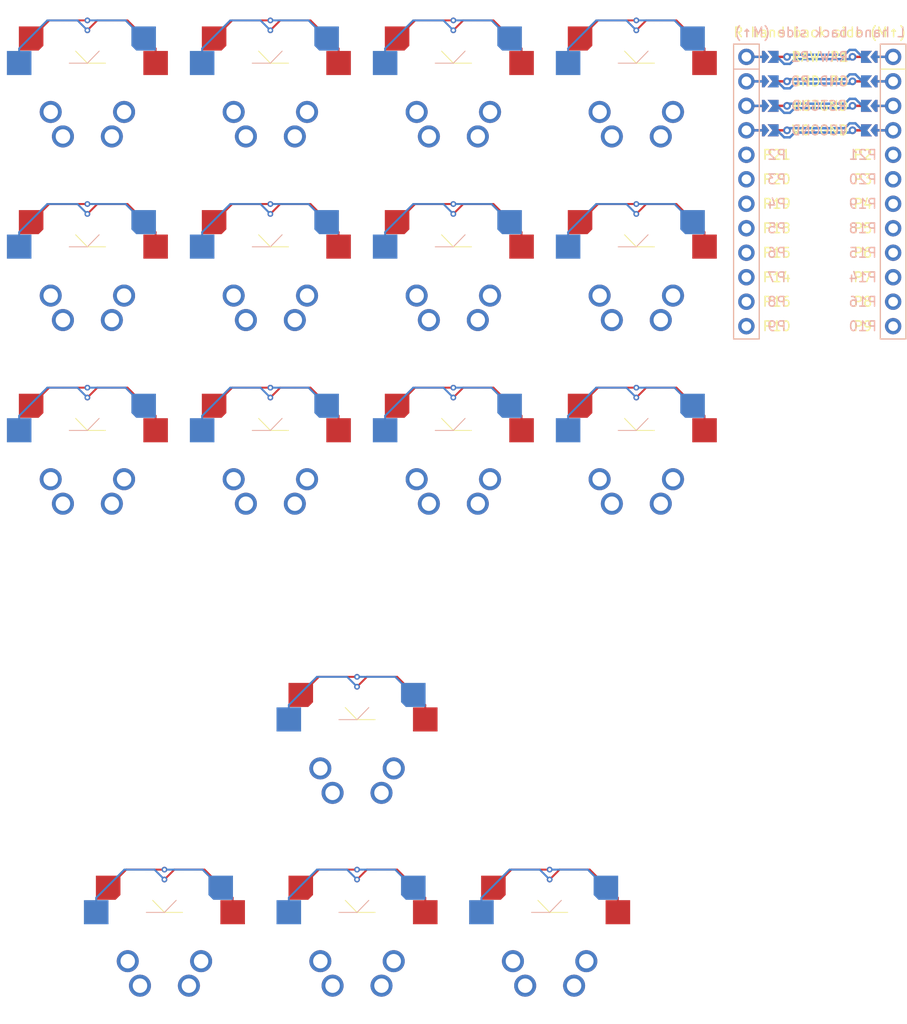
<source format=kicad_pcb>
(kicad_pcb (version 20240108) (generator "ergogen") (generator_version "4.1.0")
  (title_block (title "simple_split") (date "2025-06-06") (rev "v1.0.0") (company "Unknown"))
  (layers (0 "F.Cu" signal) (31 "B.Cu" signal) (34 "B.Paste" user) (35 "F.Paste" user) (36 "B.SilkS" user "B.Silkscreen") (37 "F.SilkS" user "F.Silkscreen") (38 "B.Mask" user) (39 "F.Mask" user) (44 "Edge.Cuts" user))
  (net 0 "")
  (net 1 "GND")
  (net 2 "matrix_pinky_bottom")
  (net 3 "D1")
  (net 4 "D2")
  (net 5 "matrix_pinky_home")
  (net 6 "matrix_pinky_top")
  (net 7 "matrix_ring_bottom")
  (net 8 "matrix_ring_home")
  (net 9 "matrix_ring_top")
  (net 10 "matrix_middle_bottom")
  (net 11 "matrix_middle_home")
  (net 12 "matrix_middle_top")
  (net 13 "matrix_inner_bottom")
  (net 14 "matrix_inner_home")
  (net 15 "matrix_inner_top")
  (net 16 "arrows_up_thumb")
  (net 17 "arrows_down_thumb")
  (net 18 "arrows_left_thumb")
  (net 19 "arrows_right_thumb")
  (net 20 "RAW")
  (net 21 "RST")
  (net 22 "VCC")
  (net 23 "matrix_index_top")
  (net 24 "matrix_index_home")
  (net 25 "P0")
  (net 26 "matrix_index_bottom")
  (net 27 "thumb_tucky")
  (net 28 "thumb_reachy")
  (net 29 "P101")
  (net 30 "P102")
  (net 31 "P107")
  (net 32 "MCU1_24")
  (net 33 "MCU1_1")
  (net 34 "MCU1_23")
  (net 35 "MCU1_2")
  (net 36 "MCU1_22")
  (net 37 "MCU1_3")
  (net 38 "MCU1_21")
  (net 39 "MCU1_4")
  (net 40 "MCU1_20")
  (net 41 "MCU1_5")
  (net 42 "MCU1_19")
  (net 43 "MCU1_6")
  (net 44 "MCU1_18")
  (net 45 "MCU1_7")
  (net 46 "MCU1_17")
  (net 47 "MCU1_8")
  (net 48 "MCU1_16")
  (net 49 "MCU1_9")
  (net 50 "MCU1_15")
  (net 51 "MCU1_10")
  (net 52 "MCU1_14")
  (net 53 "MCU1_11")
  (net 54 "MCU1_13")
  (net 55 "MCU1_12")
  (footprint "ceoloide:switch_mx" (layer "B.Cu") (at 50 100 0)
    (property "Reference" "S1" hide)
  )
  (segment (start 44.158 94.92) (end 46.037 93.041) (width 0.2) (layer "F.Cu") (net 2))
  (segment (start 46.037 93.041) (end 50 93.041) (width 0.2) (layer "F.Cu") (net 1))
  (via (at 50 93.041) (size 0.6) (drill 0.3) (layers "F.Cu" "B.Cu") (net 1))
  (segment (start 50 93.041) (end 53.963 93.0405) (width 0.2) (layer "B.Cu") (net 1))
  (segment (start 53.963 93.041) (end 55.842 94.92) (width 0.2) (layer "B.Cu") (net 1))
  (segment (start 50 94.07) (end 51.028999999999996 93.041) (width 0.2) (layer "F.Cu") (net 2))
  (segment (start 54.166 93.041) (end 57.085 95.96) (width 0.2) (layer "F.Cu") (net 2))
  (segment (start 57.085 95.96) (end 57.085 97.46) (width 0.2) (layer "F.Cu") (net 2))
  (segment (start 51.028999999999996 93.041) (end 54.166 93.041) (width 0.2) (layer "F.Cu") (net 2))
  (via (at 50 94.07) (size 0.6) (drill 0.3) (layers "F.Cu" "B.Cu") (net 2))
  (segment (start 45.834 93.041) (end 48.971000000000004 93.041) (width 0.2) (layer "B.Cu") (net 2))
  (segment (start 42.915 97.46) (end 42.915 95.96) (width 0.2) (layer "B.Cu") (net 2))
  (segment (start 42.915 95.96) (end 45.834 93.041) (width 0.2) (layer "B.Cu") (net 2))
  (segment (start 48.971000000000004 93.041) (end 50 94.07) (width 0.2) (layer "B.Cu") (net 2))
  (footprint "ceoloide:switch_mx" (layer "B.Cu") (at 50 80.95 0)
    (property "Reference" "S2" hide)
  )
  (segment (start 44.158 75.87) (end 46.037 73.991) (width 0.2) (layer "F.Cu") (net 5))
  (segment (start 46.037 73.991) (end 50 73.991) (width 0.2) (layer "F.Cu") (net 1))
  (via (at 50 73.991) (size 0.6) (drill 0.3) (layers "F.Cu" "B.Cu") (net 1))
  (segment (start 50 73.991) (end 53.963 73.9905) (width 0.2) (layer "B.Cu") (net 1))
  (segment (start 53.963 73.991) (end 55.842 75.87) (width 0.2) (layer "B.Cu") (net 1))
  (segment (start 50 75.02000000000001) (end 51.028999999999996 73.991) (width 0.2) (layer "F.Cu") (net 5))
  (segment (start 54.166 73.991) (end 57.085 76.91) (width 0.2) (layer "F.Cu") (net 5))
  (segment (start 57.085 76.91) (end 57.085 78.41) (width 0.2) (layer "F.Cu") (net 5))
  (segment (start 51.028999999999996 73.991) (end 54.166 73.991) (width 0.2) (layer "F.Cu") (net 5))
  (via (at 50 75.02000000000001) (size 0.6) (drill 0.3) (layers "F.Cu" "B.Cu") (net 5))
  (segment (start 45.834 73.991) (end 48.971000000000004 73.991) (width 0.2) (layer "B.Cu") (net 5))
  (segment (start 42.915 78.41) (end 42.915 76.91) (width 0.2) (layer "B.Cu") (net 5))
  (segment (start 42.915 76.91) (end 45.834 73.991) (width 0.2) (layer "B.Cu") (net 5))
  (segment (start 48.971000000000004 73.991) (end 50 75.02000000000001) (width 0.2) (layer "B.Cu") (net 5))
  (footprint "ceoloide:switch_mx" (layer "B.Cu") (at 50 61.900000000000006 0)
    (property "Reference" "S3" hide)
  )
  (segment (start 44.158 56.82000000000001) (end 46.037 54.941) (width 0.2) (layer "F.Cu") (net 6))
  (segment (start 46.037 54.941) (end 50 54.941) (width 0.2) (layer "F.Cu") (net 1))
  (via (at 50 54.941) (size 0.6) (drill 0.3) (layers "F.Cu" "B.Cu") (net 1))
  (segment (start 50 54.941) (end 53.963 54.94050000000001) (width 0.2) (layer "B.Cu") (net 1))
  (segment (start 53.963 54.941) (end 55.842 56.82000000000001) (width 0.2) (layer "B.Cu") (net 1))
  (segment (start 50 55.970000000000006) (end 51.028999999999996 54.941) (width 0.2) (layer "F.Cu") (net 6))
  (segment (start 54.166 54.941) (end 57.085 57.86000000000001) (width 0.2) (layer "F.Cu") (net 6))
  (segment (start 57.085 57.86000000000001) (end 57.085 59.36000000000001) (width 0.2) (layer "F.Cu") (net 6))
  (segment (start 51.028999999999996 54.941) (end 54.166 54.941) (width 0.2) (layer "F.Cu") (net 6))
  (via (at 50 55.970000000000006) (size 0.6) (drill 0.3) (layers "F.Cu" "B.Cu") (net 6))
  (segment (start 45.834 54.941) (end 48.971000000000004 54.941) (width 0.2) (layer "B.Cu") (net 6))
  (segment (start 42.915 59.36000000000001) (end 42.915 57.86000000000001) (width 0.2) (layer "B.Cu") (net 6))
  (segment (start 42.915 57.86000000000001) (end 45.834 54.941) (width 0.2) (layer "B.Cu") (net 6))
  (segment (start 48.971000000000004 54.941) (end 50 55.970000000000006) (width 0.2) (layer "B.Cu") (net 6))
  (footprint "ceoloide:switch_mx" (layer "B.Cu") (at 69 100 0)
    (property "Reference" "S4" hide)
  )
  (segment (start 63.158 94.92) (end 65.037 93.041) (width 0.2) (layer "F.Cu") (net 7))
  (segment (start 65.037 93.041) (end 69 93.041) (width 0.2) (layer "F.Cu") (net 1))
  (via (at 69 93.041) (size 0.6) (drill 0.3) (layers "F.Cu" "B.Cu") (net 1))
  (segment (start 69 93.041) (end 72.963 93.0405) (width 0.2) (layer "B.Cu") (net 1))
  (segment (start 72.963 93.041) (end 74.842 94.92) (width 0.2) (layer "B.Cu") (net 1))
  (segment (start 69 94.07) (end 70.029 93.041) (width 0.2) (layer "F.Cu") (net 7))
  (segment (start 73.166 93.041) (end 76.085 95.96) (width 0.2) (layer "F.Cu") (net 7))
  (segment (start 76.085 95.96) (end 76.085 97.46) (width 0.2) (layer "F.Cu") (net 7))
  (segment (start 70.029 93.041) (end 73.166 93.041) (width 0.2) (layer "F.Cu") (net 7))
  (via (at 69 94.07) (size 0.6) (drill 0.3) (layers "F.Cu" "B.Cu") (net 7))
  (segment (start 64.834 93.041) (end 67.971 93.041) (width 0.2) (layer "B.Cu") (net 7))
  (segment (start 61.915 97.46) (end 61.915 95.96) (width 0.2) (layer "B.Cu") (net 7))
  (segment (start 61.915 95.96) (end 64.834 93.041) (width 0.2) (layer "B.Cu") (net 7))
  (segment (start 67.971 93.041) (end 69 94.07) (width 0.2) (layer "B.Cu") (net 7))
  (footprint "ceoloide:switch_mx" (layer "B.Cu") (at 69 80.95 0)
    (property "Reference" "S5" hide)
  )
  (segment (start 63.158 75.87) (end 65.037 73.991) (width 0.2) (layer "F.Cu") (net 8))
  (segment (start 65.037 73.991) (end 69 73.991) (width 0.2) (layer "F.Cu") (net 1))
  (via (at 69 73.991) (size 0.6) (drill 0.3) (layers "F.Cu" "B.Cu") (net 1))
  (segment (start 69 73.991) (end 72.963 73.9905) (width 0.2) (layer "B.Cu") (net 1))
  (segment (start 72.963 73.991) (end 74.842 75.87) (width 0.2) (layer "B.Cu") (net 1))
  (segment (start 69 75.02000000000001) (end 70.029 73.991) (width 0.2) (layer "F.Cu") (net 8))
  (segment (start 73.166 73.991) (end 76.085 76.91) (width 0.2) (layer "F.Cu") (net 8))
  (segment (start 76.085 76.91) (end 76.085 78.41) (width 0.2) (layer "F.Cu") (net 8))
  (segment (start 70.029 73.991) (end 73.166 73.991) (width 0.2) (layer "F.Cu") (net 8))
  (via (at 69 75.02000000000001) (size 0.6) (drill 0.3) (layers "F.Cu" "B.Cu") (net 8))
  (segment (start 64.834 73.991) (end 67.971 73.991) (width 0.2) (layer "B.Cu") (net 8))
  (segment (start 61.915 78.41) (end 61.915 76.91) (width 0.2) (layer "B.Cu") (net 8))
  (segment (start 61.915 76.91) (end 64.834 73.991) (width 0.2) (layer "B.Cu") (net 8))
  (segment (start 67.971 73.991) (end 69 75.02000000000001) (width 0.2) (layer "B.Cu") (net 8))
  (footprint "ceoloide:switch_mx" (layer "B.Cu") (at 69 61.900000000000006 0)
    (property "Reference" "S6" hide)
  )
  (segment (start 63.158 56.82000000000001) (end 65.037 54.941) (width 0.2) (layer "F.Cu") (net 9))
  (segment (start 65.037 54.941) (end 69 54.941) (width 0.2) (layer "F.Cu") (net 1))
  (via (at 69 54.941) (size 0.6) (drill 0.3) (layers "F.Cu" "B.Cu") (net 1))
  (segment (start 69 54.941) (end 72.963 54.94050000000001) (width 0.2) (layer "B.Cu") (net 1))
  (segment (start 72.963 54.941) (end 74.842 56.82000000000001) (width 0.2) (layer "B.Cu") (net 1))
  (segment (start 69 55.970000000000006) (end 70.029 54.941) (width 0.2) (layer "F.Cu") (net 9))
  (segment (start 73.166 54.941) (end 76.085 57.86000000000001) (width 0.2) (layer "F.Cu") (net 9))
  (segment (start 76.085 57.86000000000001) (end 76.085 59.36000000000001) (width 0.2) (layer "F.Cu") (net 9))
  (segment (start 70.029 54.941) (end 73.166 54.941) (width 0.2) (layer "F.Cu") (net 9))
  (via (at 69 55.970000000000006) (size 0.6) (drill 0.3) (layers "F.Cu" "B.Cu") (net 9))
  (segment (start 64.834 54.941) (end 67.971 54.941) (width 0.2) (layer "B.Cu") (net 9))
  (segment (start 61.915 59.36000000000001) (end 61.915 57.86000000000001) (width 0.2) (layer "B.Cu") (net 9))
  (segment (start 61.915 57.86000000000001) (end 64.834 54.941) (width 0.2) (layer "B.Cu") (net 9))
  (segment (start 67.971 54.941) (end 69 55.970000000000006) (width 0.2) (layer "B.Cu") (net 9))
  (footprint "ceoloide:switch_mx" (layer "B.Cu") (at 88 100 0)
    (property "Reference" "S7" hide)
  )
  (segment (start 82.158 94.92) (end 84.037 93.041) (width 0.2) (layer "F.Cu") (net 10))
  (segment (start 84.037 93.041) (end 88 93.041) (width 0.2) (layer "F.Cu") (net 1))
  (via (at 88 93.041) (size 0.6) (drill 0.3) (layers "F.Cu" "B.Cu") (net 1))
  (segment (start 88 93.041) (end 91.963 93.0405) (width 0.2) (layer "B.Cu") (net 1))
  (segment (start 91.963 93.041) (end 93.842 94.92) (width 0.2) (layer "B.Cu") (net 1))
  (segment (start 88 94.07) (end 89.029 93.041) (width 0.2) (layer "F.Cu") (net 10))
  (segment (start 92.166 93.041) (end 95.085 95.96) (width 0.2) (layer "F.Cu") (net 10))
  (segment (start 95.085 95.96) (end 95.085 97.46) (width 0.2) (layer "F.Cu") (net 10))
  (segment (start 89.029 93.041) (end 92.166 93.041) (width 0.2) (layer "F.Cu") (net 10))
  (via (at 88 94.07) (size 0.6) (drill 0.3) (layers "F.Cu" "B.Cu") (net 10))
  (segment (start 83.834 93.041) (end 86.971 93.041) (width 0.2) (layer "B.Cu") (net 10))
  (segment (start 80.915 97.46) (end 80.915 95.96) (width 0.2) (layer "B.Cu") (net 10))
  (segment (start 80.915 95.96) (end 83.834 93.041) (width 0.2) (layer "B.Cu") (net 10))
  (segment (start 86.971 93.041) (end 88 94.07) (width 0.2) (layer "B.Cu") (net 10))
  (footprint "ceoloide:switch_mx" (layer "B.Cu") (at 88 80.95 0)
    (property "Reference" "S8" hide)
  )
  (segment (start 82.158 75.87) (end 84.037 73.991) (width 0.2) (layer "F.Cu") (net 11))
  (segment (start 84.037 73.991) (end 88 73.991) (width 0.2) (layer "F.Cu") (net 1))
  (via (at 88 73.991) (size 0.6) (drill 0.3) (layers "F.Cu" "B.Cu") (net 1))
  (segment (start 88 73.991) (end 91.963 73.9905) (width 0.2) (layer "B.Cu") (net 1))
  (segment (start 91.963 73.991) (end 93.842 75.87) (width 0.2) (layer "B.Cu") (net 1))
  (segment (start 88 75.02000000000001) (end 89.029 73.991) (width 0.2) (layer "F.Cu") (net 11))
  (segment (start 92.166 73.991) (end 95.085 76.91) (width 0.2) (layer "F.Cu") (net 11))
  (segment (start 95.085 76.91) (end 95.085 78.41) (width 0.2) (layer "F.Cu") (net 11))
  (segment (start 89.029 73.991) (end 92.166 73.991) (width 0.2) (layer "F.Cu") (net 11))
  (via (at 88 75.02000000000001) (size 0.6) (drill 0.3) (layers "F.Cu" "B.Cu") (net 11))
  (segment (start 83.834 73.991) (end 86.971 73.991) (width 0.2) (layer "B.Cu") (net 11))
  (segment (start 80.915 78.41) (end 80.915 76.91) (width 0.2) (layer "B.Cu") (net 11))
  (segment (start 80.915 76.91) (end 83.834 73.991) (width 0.2) (layer "B.Cu") (net 11))
  (segment (start 86.971 73.991) (end 88 75.02000000000001) (width 0.2) (layer "B.Cu") (net 11))
  (footprint "ceoloide:switch_mx" (layer "B.Cu") (at 88 61.900000000000006 0)
    (property "Reference" "S9" hide)
  )
  (segment (start 82.158 56.82000000000001) (end 84.037 54.941) (width 0.2) (layer "F.Cu") (net 12))
  (segment (start 84.037 54.941) (end 88 54.941) (width 0.2) (layer "F.Cu") (net 1))
  (via (at 88 54.941) (size 0.6) (drill 0.3) (layers "F.Cu" "B.Cu") (net 1))
  (segment (start 88 54.941) (end 91.963 54.94050000000001) (width 0.2) (layer "B.Cu") (net 1))
  (segment (start 91.963 54.941) (end 93.842 56.82000000000001) (width 0.2) (layer "B.Cu") (net 1))
  (segment (start 88 55.970000000000006) (end 89.029 54.941) (width 0.2) (layer "F.Cu") (net 12))
  (segment (start 92.166 54.941) (end 95.085 57.86000000000001) (width 0.2) (layer "F.Cu") (net 12))
  (segment (start 95.085 57.86000000000001) (end 95.085 59.36000000000001) (width 0.2) (layer "F.Cu") (net 12))
  (segment (start 89.029 54.941) (end 92.166 54.941) (width 0.2) (layer "F.Cu") (net 12))
  (via (at 88 55.970000000000006) (size 0.6) (drill 0.3) (layers "F.Cu" "B.Cu") (net 12))
  (segment (start 83.834 54.941) (end 86.971 54.941) (width 0.2) (layer "B.Cu") (net 12))
  (segment (start 80.915 59.36000000000001) (end 80.915 57.86000000000001) (width 0.2) (layer "B.Cu") (net 12))
  (segment (start 80.915 57.86000000000001) (end 83.834 54.941) (width 0.2) (layer "B.Cu") (net 12))
  (segment (start 86.971 54.941) (end 88 55.970000000000006) (width 0.2) (layer "B.Cu") (net 12))
  (footprint "ceoloide:switch_mx" (layer "B.Cu") (at 107 100 0)
    (property "Reference" "S10" hide)
  )
  (segment (start 101.158 94.92) (end 103.037 93.041) (width 0.2) (layer "F.Cu") (net 13))
  (segment (start 103.037 93.041) (end 107 93.041) (width 0.2) (layer "F.Cu") (net 1))
  (via (at 107 93.041) (size 0.6) (drill 0.3) (layers "F.Cu" "B.Cu") (net 1))
  (segment (start 107 93.041) (end 110.963 93.0405) (width 0.2) (layer "B.Cu") (net 1))
  (segment (start 110.963 93.041) (end 112.842 94.92) (width 0.2) (layer "B.Cu") (net 1))
  (segment (start 107 94.07) (end 108.029 93.041) (width 0.2) (layer "F.Cu") (net 13))
  (segment (start 111.166 93.041) (end 114.085 95.96) (width 0.2) (layer "F.Cu") (net 13))
  (segment (start 114.085 95.96) (end 114.085 97.46) (width 0.2) (layer "F.Cu") (net 13))
  (segment (start 108.029 93.041) (end 111.166 93.041) (width 0.2) (layer "F.Cu") (net 13))
  (via (at 107 94.07) (size 0.6) (drill 0.3) (layers "F.Cu" "B.Cu") (net 13))
  (segment (start 102.834 93.041) (end 105.971 93.041) (width 0.2) (layer "B.Cu") (net 13))
  (segment (start 99.915 97.46) (end 99.915 95.96) (width 0.2) (layer "B.Cu") (net 13))
  (segment (start 99.915 95.96) (end 102.834 93.041) (width 0.2) (layer "B.Cu") (net 13))
  (segment (start 105.971 93.041) (end 107 94.07) (width 0.2) (layer "B.Cu") (net 13))
  (footprint "ceoloide:switch_mx" (layer "B.Cu") (at 107 80.95 0)
    (property "Reference" "S11" hide)
  )
  (segment (start 101.158 75.87) (end 103.037 73.991) (width 0.2) (layer "F.Cu") (net 14))
  (segment (start 103.037 73.991) (end 107 73.991) (width 0.2) (layer "F.Cu") (net 1))
  (via (at 107 73.991) (size 0.6) (drill 0.3) (layers "F.Cu" "B.Cu") (net 1))
  (segment (start 107 73.991) (end 110.963 73.9905) (width 0.2) (layer "B.Cu") (net 1))
  (segment (start 110.963 73.991) (end 112.842 75.87) (width 0.2) (layer "B.Cu") (net 1))
  (segment (start 107 75.02000000000001) (end 108.029 73.991) (width 0.2) (layer "F.Cu") (net 14))
  (segment (start 111.166 73.991) (end 114.085 76.91) (width 0.2) (layer "F.Cu") (net 14))
  (segment (start 114.085 76.91) (end 114.085 78.41) (width 0.2) (layer "F.Cu") (net 14))
  (segment (start 108.029 73.991) (end 111.166 73.991) (width 0.2) (layer "F.Cu") (net 14))
  (via (at 107 75.02000000000001) (size 0.6) (drill 0.3) (layers "F.Cu" "B.Cu") (net 14))
  (segment (start 102.834 73.991) (end 105.971 73.991) (width 0.2) (layer "B.Cu") (net 14))
  (segment (start 99.915 78.41) (end 99.915 76.91) (width 0.2) (layer "B.Cu") (net 14))
  (segment (start 99.915 76.91) (end 102.834 73.991) (width 0.2) (layer "B.Cu") (net 14))
  (segment (start 105.971 73.991) (end 107 75.02000000000001) (width 0.2) (layer "B.Cu") (net 14))
  (footprint "ceoloide:switch_mx" (layer "B.Cu") (at 107 61.900000000000006 0)
    (property "Reference" "S12" hide)
  )
  (segment (start 101.158 56.82000000000001) (end 103.037 54.941) (width 0.2) (layer "F.Cu") (net 15))
  (segment (start 103.037 54.941) (end 107 54.941) (width 0.2) (layer "F.Cu") (net 1))
  (via (at 107 54.941) (size 0.6) (drill 0.3) (layers "F.Cu" "B.Cu") (net 1))
  (segment (start 107 54.941) (end 110.963 54.94050000000001) (width 0.2) (layer "B.Cu") (net 1))
  (segment (start 110.963 54.941) (end 112.842 56.82000000000001) (width 0.2) (layer "B.Cu") (net 1))
  (segment (start 107 55.970000000000006) (end 108.029 54.941) (width 0.2) (layer "F.Cu") (net 15))
  (segment (start 111.166 54.941) (end 114.085 57.86000000000001) (width 0.2) (layer "F.Cu") (net 15))
  (segment (start 114.085 57.86000000000001) (end 114.085 59.36000000000001) (width 0.2) (layer "F.Cu") (net 15))
  (segment (start 108.029 54.941) (end 111.166 54.941) (width 0.2) (layer "F.Cu") (net 15))
  (via (at 107 55.970000000000006) (size 0.6) (drill 0.3) (layers "F.Cu" "B.Cu") (net 15))
  (segment (start 102.834 54.941) (end 105.971 54.941) (width 0.2) (layer "B.Cu") (net 15))
  (segment (start 99.915 59.36000000000001) (end 99.915 57.86000000000001) (width 0.2) (layer "B.Cu") (net 15))
  (segment (start 99.915 57.86000000000001) (end 102.834 54.941) (width 0.2) (layer "B.Cu") (net 15))
  (segment (start 105.971 54.941) (end 107 55.970000000000006) (width 0.2) (layer "B.Cu") (net 15))
  (footprint "ceoloide:switch_mx" (layer "B.Cu") (at 78 130 0)
    (property "Reference" "S13" hide)
  )
  (segment (start 72.158 124.92) (end 74.037 123.041) (width 0.2) (layer "F.Cu") (net 16))
  (segment (start 74.037 123.041) (end 78 123.041) (width 0.2) (layer "F.Cu") (net 1))
  (via (at 78 123.041) (size 0.6) (drill 0.3) (layers "F.Cu" "B.Cu") (net 1))
  (segment (start 78 123.041) (end 81.963 123.0405) (width 0.2) (layer "B.Cu") (net 1))
  (segment (start 81.963 123.041) (end 83.842 124.92) (width 0.2) (layer "B.Cu") (net 1))
  (segment (start 78 124.07) (end 79.029 123.041) (width 0.2) (layer "F.Cu") (net 16))
  (segment (start 82.166 123.041) (end 85.085 125.96) (width 0.2) (layer "F.Cu") (net 16))
  (segment (start 85.085 125.96) (end 85.085 127.46) (width 0.2) (layer "F.Cu") (net 16))
  (segment (start 79.029 123.041) (end 82.166 123.041) (width 0.2) (layer "F.Cu") (net 16))
  (via (at 78 124.07) (size 0.6) (drill 0.3) (layers "F.Cu" "B.Cu") (net 16))
  (segment (start 73.834 123.041) (end 76.971 123.041) (width 0.2) (layer "B.Cu") (net 16))
  (segment (start 70.915 127.46) (end 70.915 125.96) (width 0.2) (layer "B.Cu") (net 16))
  (segment (start 70.915 125.96) (end 73.834 123.041) (width 0.2) (layer "B.Cu") (net 16))
  (segment (start 76.971 123.041) (end 78 124.07) (width 0.2) (layer "B.Cu") (net 16))
  (footprint "ceoloide:switch_mx" (layer "B.Cu") (at 78 150 0)
    (property "Reference" "S14" hide)
  )
  (segment (start 72.158 144.92) (end 74.037 143.041) (width 0.2) (layer "F.Cu") (net 17))
  (segment (start 74.037 143.041) (end 78 143.041) (width 0.2) (layer "F.Cu") (net 1))
  (via (at 78 143.041) (size 0.6) (drill 0.3) (layers "F.Cu" "B.Cu") (net 1))
  (segment (start 78 143.041) (end 81.963 143.0405) (width 0.2) (layer "B.Cu") (net 1))
  (segment (start 81.963 143.041) (end 83.842 144.92) (width 0.2) (layer "B.Cu") (net 1))
  (segment (start 78 144.07) (end 79.029 143.041) (width 0.2) (layer "F.Cu") (net 17))
  (segment (start 82.166 143.041) (end 85.085 145.96) (width 0.2) (layer "F.Cu") (net 17))
  (segment (start 85.085 145.96) (end 85.085 147.46) (width 0.2) (layer "F.Cu") (net 17))
  (segment (start 79.029 143.041) (end 82.166 143.041) (width 0.2) (layer "F.Cu") (net 17))
  (via (at 78 144.07) (size 0.6) (drill 0.3) (layers "F.Cu" "B.Cu") (net 17))
  (segment (start 73.834 143.041) (end 76.971 143.041) (width 0.2) (layer "B.Cu") (net 17))
  (segment (start 70.915 147.46) (end 70.915 145.96) (width 0.2) (layer "B.Cu") (net 17))
  (segment (start 70.915 145.96) (end 73.834 143.041) (width 0.2) (layer "B.Cu") (net 17))
  (segment (start 76.971 143.041) (end 78 144.07) (width 0.2) (layer "B.Cu") (net 17))
  (footprint "ceoloide:switch_mx" (layer "B.Cu") (at 58 150 0)
    (property "Reference" "S15" hide)
  )
  (segment (start 52.158 144.92) (end 54.037 143.041) (width 0.2) (layer "F.Cu") (net 18))
  (segment (start 54.037 143.041) (end 58 143.041) (width 0.2) (layer "F.Cu") (net 1))
  (via (at 58 143.041) (size 0.6) (drill 0.3) (layers "F.Cu" "B.Cu") (net 1))
  (segment (start 58 143.041) (end 61.963 143.0405) (width 0.2) (layer "B.Cu") (net 1))
  (segment (start 61.963 143.041) (end 63.842 144.92) (width 0.2) (layer "B.Cu") (net 1))
  (segment (start 58 144.07) (end 59.028999999999996 143.041) (width 0.2) (layer "F.Cu") (net 18))
  (segment (start 62.166 143.041) (end 65.085 145.96) (width 0.2) (layer "F.Cu") (net 18))
  (segment (start 65.085 145.96) (end 65.085 147.46) (width 0.2) (layer "F.Cu") (net 18))
  (segment (start 59.028999999999996 143.041) (end 62.166 143.041) (width 0.2) (layer "F.Cu") (net 18))
  (via (at 58 144.07) (size 0.6) (drill 0.3) (layers "F.Cu" "B.Cu") (net 18))
  (segment (start 53.834 143.041) (end 56.971000000000004 143.041) (width 0.2) (layer "B.Cu") (net 18))
  (segment (start 50.915 147.46) (end 50.915 145.96) (width 0.2) (layer "B.Cu") (net 18))
  (segment (start 50.915 145.96) (end 53.834 143.041) (width 0.2) (layer "B.Cu") (net 18))
  (segment (start 56.971000000000004 143.041) (end 58 144.07) (width 0.2) (layer "B.Cu") (net 18))
  (footprint "ceoloide:switch_mx" (layer "B.Cu") (at 98 150 0)
    (property "Reference" "S16" hide)
  )
  (segment (start 92.158 144.92) (end 94.037 143.041) (width 0.2) (layer "F.Cu") (net 19))
  (segment (start 94.037 143.041) (end 98 143.041) (width 0.2) (layer "F.Cu") (net 1))
  (via (at 98 143.041) (size 0.6) (drill 0.3) (layers "F.Cu" "B.Cu") (net 1))
  (segment (start 98 143.041) (end 101.963 143.0405) (width 0.2) (layer "B.Cu") (net 1))
  (segment (start 101.963 143.041) (end 103.842 144.92) (width 0.2) (layer "B.Cu") (net 1))
  (segment (start 98 144.07) (end 99.029 143.041) (width 0.2) (layer "F.Cu") (net 19))
  (segment (start 102.166 143.041) (end 105.085 145.96) (width 0.2) (layer "F.Cu") (net 19))
  (segment (start 105.085 145.96) (end 105.085 147.46) (width 0.2) (layer "F.Cu") (net 19))
  (segment (start 99.029 143.041) (end 102.166 143.041) (width 0.2) (layer "F.Cu") (net 19))
  (via (at 98 144.07) (size 0.6) (drill 0.3) (layers "F.Cu" "B.Cu") (net 19))
  (segment (start 93.834 143.041) (end 96.971 143.041) (width 0.2) (layer "B.Cu") (net 19))
  (segment (start 90.915 147.46) (end 90.915 145.96) (width 0.2) (layer "B.Cu") (net 19))
  (segment (start 90.915 145.96) (end 93.834 143.041) (width 0.2) (layer "B.Cu") (net 19))
  (segment (start 96.971 143.041) (end 98 144.07) (width 0.2) (layer "B.Cu") (net 19))
  (footprint "ceoloide:mcu_nice_nano" (layer "F.Cu") (at 126.05 71.425 0)
    (property "Reference" "MCU1" hide)
  )
  (segment (start 130.825 58.724999999999994) (end 129.45 58.724999999999994) (width 0.25) (layer "F.Cu"))
  (segment (start 121.27499999999999 58.724999999999994) (end 122.64999999999999 58.724999999999994) (width 0.25) (layer "F.Cu"))
  (segment (start 118.42999999999999 58.724999999999994) (end 120.55 58.724999999999994) (width 0.25) (layer "F.Cu"))
  (segment (start 118.42999999999999 58.724999999999994) (end 120.55 58.724999999999994) (width 0.25) (layer "B.Cu"))
  (segment (start 131.55 58.724999999999994) (end 133.67 58.724999999999994) (width 0.25) (layer "F.Cu"))
  (segment (start 133.67 58.724999999999994) (end 131.55 58.724999999999994) (width 0.25) (layer "B.Cu"))
  (segment (start 123.44530499999999 58.955) (end 129.22 58.955) (width 0.25) (layer "B.Cu"))
  (segment (start 121.27499999999999 58.724999999999994) (end 121.624695 58.724999999999994) (width 0.25) (layer "B.Cu"))
  (segment (start 122.349695 59.449999999999996) (end 122.950305 59.449999999999996) (width 0.25) (layer "B.Cu"))
  (segment (start 121.624695 58.724999999999994) (end 122.349695 59.449999999999996) (width 0.25) (layer "B.Cu"))
  (segment (start 122.950305 59.449999999999996) (end 123.44530499999999 58.955) (width 0.25) (layer "B.Cu"))
  (segment (start 130.825 58.724999999999994) (end 130.475305 58.724999999999994) (width 0.25) (layer "B.Cu"))
  (segment (start 128.64469499999998 58.504999999999995) (end 122.86999999999999 58.504999999999995) (width 0.25) (layer "B.Cu"))
  (segment (start 130.475305 58.724999999999994) (end 129.750305 58) (width 0.25) (layer "B.Cu"))
  (segment (start 129.750305 58) (end 129.149695 58) (width 0.25) (layer "B.Cu"))
  (segment (start 129.149695 58) (end 128.64469499999998 58.504999999999995) (width 0.25) (layer "B.Cu"))
  (segment (start 130.825 61.265) (end 129.45 61.265) (width 0.25) (layer "F.Cu"))
  (segment (start 121.27499999999999 61.265) (end 122.64999999999999 61.265) (width 0.25) (layer "F.Cu"))
  (segment (start 118.42999999999999 61.265) (end 120.55 61.265) (width 0.25) (layer "F.Cu"))
  (segment (start 118.42999999999999 61.265) (end 120.55 61.265) (width 0.25) (layer "B.Cu"))
  (segment (start 131.55 61.265) (end 133.67 61.265) (width 0.25) (layer "F.Cu"))
  (segment (start 133.67 61.265) (end 131.55 61.265) (width 0.25) (layer "B.Cu"))
  (segment (start 123.44530499999999 61.495) (end 129.22 61.495) (width 0.25) (layer "B.Cu"))
  (segment (start 121.27499999999999 61.265) (end 121.624695 61.265) (width 0.25) (layer "B.Cu"))
  (segment (start 122.349695 61.989999999999995) (end 122.950305 61.989999999999995) (width 0.25) (layer "B.Cu"))
  (segment (start 121.624695 61.265) (end 122.349695 61.989999999999995) (width 0.25) (layer "B.Cu"))
  (segment (start 122.950305 61.989999999999995) (end 123.44530499999999 61.495) (width 0.25) (layer "B.Cu"))
  (segment (start 130.825 61.265) (end 130.475305 61.265) (width 0.25) (layer "B.Cu"))
  (segment (start 128.64469499999998 61.044999999999995) (end 122.86999999999999 61.044999999999995) (width 0.25) (layer "B.Cu"))
  (segment (start 130.475305 61.265) (end 129.750305 60.54) (width 0.25) (layer "B.Cu"))
  (segment (start 129.750305 60.54) (end 129.149695 60.54) (width 0.25) (layer "B.Cu"))
  (segment (start 129.149695 60.54) (end 128.64469499999998 61.044999999999995) (width 0.25) (layer "B.Cu"))
  (segment (start 130.825 63.805) (end 129.45 63.805) (width 0.25) (layer "F.Cu"))
  (segment (start 121.27499999999999 63.805) (end 122.64999999999999 63.805) (width 0.25) (layer "F.Cu"))
  (segment (start 118.42999999999999 63.805) (end 120.55 63.805) (width 0.25) (layer "F.Cu"))
  (segment (start 118.42999999999999 63.805) (end 120.55 63.805) (width 0.25) (layer "B.Cu"))
  (segment (start 131.55 63.805) (end 133.67 63.805) (width 0.25) (layer "F.Cu"))
  (segment (start 133.67 63.805) (end 131.55 63.805) (width 0.25) (layer "B.Cu"))
  (segment (start 123.44530499999999 64.035) (end 129.22 64.035) (width 0.25) (layer "B.Cu"))
  (segment (start 121.27499999999999 63.805) (end 121.624695 63.805) (width 0.25) (layer "B.Cu"))
  (segment (start 122.349695 64.53) (end 122.950305 64.53) (width 0.25) (layer "B.Cu"))
  (segment (start 121.624695 63.805) (end 122.349695 64.53) (width 0.25) (layer "B.Cu"))
  (segment (start 122.950305 64.53) (end 123.44530499999999 64.035) (width 0.25) (layer "B.Cu"))
  (segment (start 130.825 63.805) (end 130.475305 63.805) (width 0.25) (layer "B.Cu"))
  (segment (start 128.64469499999998 63.584999999999994) (end 122.86999999999999 63.584999999999994) (width 0.25) (layer "B.Cu"))
  (segment (start 130.475305 63.805) (end 129.750305 63.08) (width 0.25) (layer "B.Cu"))
  (segment (start 129.750305 63.08) (end 129.149695 63.08) (width 0.25) (layer "B.Cu"))
  (segment (start 129.149695 63.08) (end 128.64469499999998 63.584999999999994) (width 0.25) (layer "B.Cu"))
  (segment (start 130.825 66.345) (end 129.45 66.345) (width 0.25) (layer "F.Cu"))
  (segment (start 121.27499999999999 66.345) (end 122.64999999999999 66.345) (width 0.25) (layer "F.Cu"))
  (segment (start 118.42999999999999 66.345) (end 120.55 66.345) (width 0.25) (layer "F.Cu"))
  (segment (start 118.42999999999999 66.345) (end 120.55 66.345) (width 0.25) (layer "B.Cu"))
  (segment (start 131.55 66.345) (end 133.67 66.345) (width 0.25) (layer "F.Cu"))
  (segment (start 133.67 66.345) (end 131.55 66.345) (width 0.25) (layer "B.Cu"))
  (segment (start 123.44530499999999 66.575) (end 129.22 66.575) (width 0.25) (layer "B.Cu"))
  (segment (start 121.27499999999999 66.345) (end 121.624695 66.345) (width 0.25) (layer "B.Cu"))
  (segment (start 122.349695 67.07) (end 122.950305 67.07) (width 0.25) (layer "B.Cu"))
  (segment (start 121.624695 66.345) (end 122.349695 67.07) (width 0.25) (layer "B.Cu"))
  (segment (start 122.950305 67.07) (end 123.44530499999999 66.575) (width 0.25) (layer "B.Cu"))
  (segment (start 130.825 66.345) (end 130.475305 66.345) (width 0.25) (layer "B.Cu"))
  (segment (start 128.64469499999998 66.125) (end 122.86999999999999 66.125) (width 0.25) (layer "B.Cu"))
  (segment (start 130.475305 66.345) (end 129.750305 65.62) (width 0.25) (layer "B.Cu"))
  (segment (start 129.750305 65.62) (end 129.149695 65.62) (width 0.25) (layer "B.Cu"))
  (segment (start 129.149695 65.62) (end 128.64469499999998 66.125) (width 0.25) (layer "B.Cu"))
)
</source>
